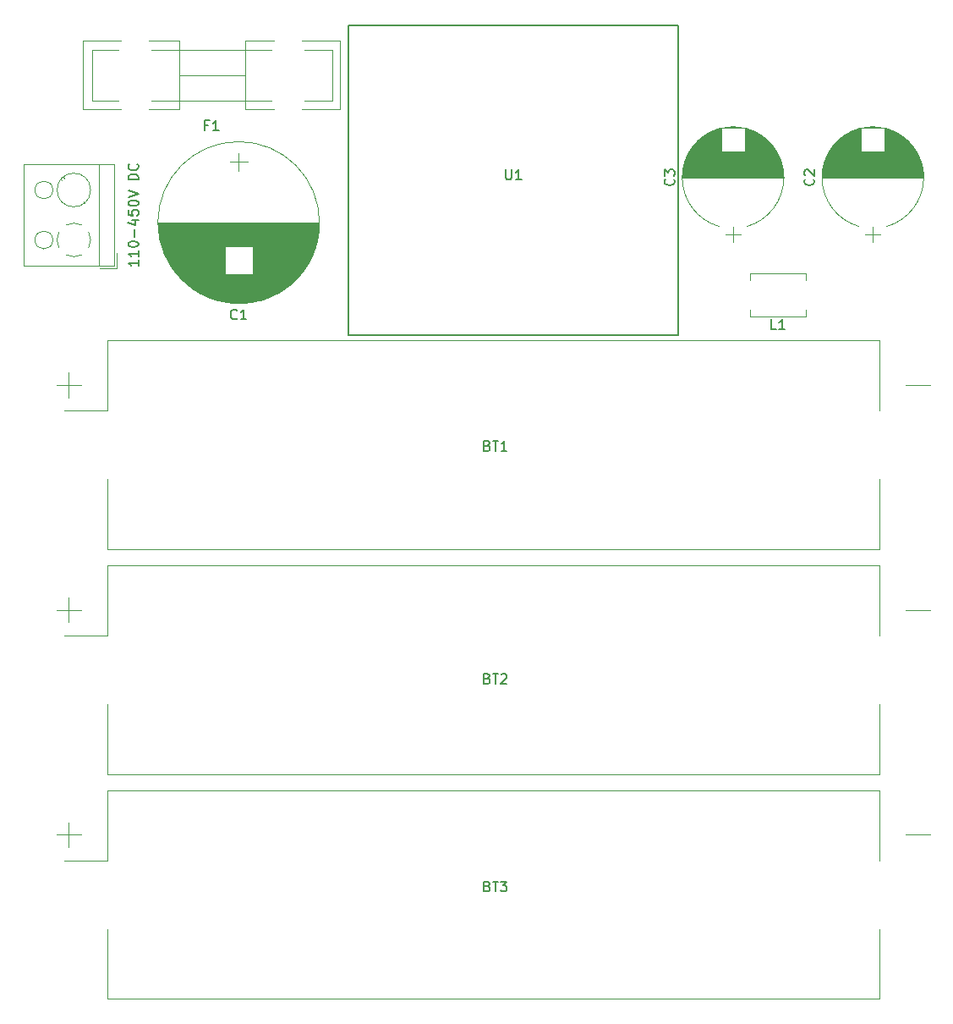
<source format=gbr>
G04 #@! TF.GenerationSoftware,KiCad,Pcbnew,6.0.0-rc1-unknown-5edf350~66~ubuntu18.10.1*
G04 #@! TF.CreationDate,2019-02-07T09:44:38-05:00
G04 #@! TF.ProjectId,UPS,5550532e-6b69-4636-9164-5f7063625858,rev?*
G04 #@! TF.SameCoordinates,Original*
G04 #@! TF.FileFunction,Legend,Top*
G04 #@! TF.FilePolarity,Positive*
%FSLAX46Y46*%
G04 Gerber Fmt 4.6, Leading zero omitted, Abs format (unit mm)*
G04 Created by KiCad (PCBNEW 6.0.0-rc1-unknown-5edf350~66~ubuntu18.10.1) date 2019-02-07 09:44:38*
%MOMM*%
%LPD*%
G04 APERTURE LIST*
%ADD10C,0.120000*%
%ADD11C,0.150000*%
G04 APERTURE END LIST*
D10*
X7500000Y-37750000D02*
X7500000Y-35250000D01*
X6250000Y-36500000D02*
X8750000Y-36500000D01*
X93750000Y-36500000D02*
X91250000Y-36500000D01*
X88640000Y-39060000D02*
X88640000Y-32080000D01*
X88640000Y-32060000D02*
X11360000Y-32060000D01*
X11360000Y-32060000D02*
X11360000Y-39060000D01*
X88640000Y-45940000D02*
X88640000Y-52940000D01*
X88640000Y-52940000D02*
X11360000Y-52940000D01*
X11360000Y-52940000D02*
X11360000Y-45940000D01*
X11360000Y-39060000D02*
X7000000Y-39060000D01*
X18590000Y-2960000D02*
X18590000Y-5500000D01*
X9830000Y-8040000D02*
X9830000Y-2960000D01*
X18590000Y-5500000D02*
X18590000Y-8040000D01*
X25140000Y-2960000D02*
X25140000Y-5500000D01*
X33910000Y-8040000D02*
X33910000Y-2960000D01*
X25140000Y-5500000D02*
X25140000Y-8040000D01*
X27640000Y-8040000D02*
X16090000Y-8040000D01*
X16090000Y-2960000D02*
X27770000Y-2960000D01*
X25140000Y-8930000D02*
X25140000Y-7910000D01*
X25140000Y-2070000D02*
X25140000Y-2960000D01*
X34670000Y-8930000D02*
X34670000Y-2070000D01*
X18590000Y-8930000D02*
X18590000Y-8040000D01*
X18590000Y-2070000D02*
X18590000Y-2960000D01*
X8930000Y-8930000D02*
X8930000Y-2070000D01*
X9820000Y-8040000D02*
X12490000Y-8040000D01*
X8930000Y-8930000D02*
X12740000Y-8930000D01*
X9820000Y-2960000D02*
X12490000Y-2960000D01*
X8930000Y-2070000D02*
X12740000Y-2070000D01*
X18590000Y-2070000D02*
X15540000Y-2070000D01*
X18590000Y-2960000D02*
X15790000Y-2960000D01*
X18590000Y-8040000D02*
X15790000Y-8040000D01*
X18590000Y-8930000D02*
X15540000Y-8930000D01*
X25140000Y-8040000D02*
X27810000Y-8040000D01*
X25140000Y-8930000D02*
X28060000Y-8930000D01*
X33900000Y-8040000D02*
X31110000Y-8040000D01*
X34670000Y-8930000D02*
X30860000Y-8930000D01*
X25140000Y-2960000D02*
X27810000Y-2960000D01*
X33900000Y-2960000D02*
X31110000Y-2960000D01*
X34670000Y-2070000D02*
X30860000Y-2070000D01*
X25140000Y-2070000D02*
X28060000Y-2070000D01*
X25050000Y-5500000D02*
X18550000Y-5500000D01*
X9483352Y-21211288D02*
G75*
G02X9680000Y-22000000I-1483352J-788712D01*
G01*
X7210912Y-20516047D02*
G75*
G02X8789000Y-20516000I789088J-1483953D01*
G01*
X6516047Y-22789088D02*
G75*
G02X6516000Y-21211000I1483953J789088D01*
G01*
X8789088Y-23483953D02*
G75*
G02X7211000Y-23484000I-789088J1483953D01*
G01*
X9680450Y-21970617D02*
G75*
G02X9484000Y-22789000I-1680450J-29383D01*
G01*
X5900000Y-22000000D02*
G75*
G03X5900000Y-22000000I-900000J0D01*
G01*
X9680000Y-17000000D02*
G75*
G03X9680000Y-17000000I-1680000J0D01*
G01*
X5900000Y-17000000D02*
G75*
G03X5900000Y-17000000I-900000J0D01*
G01*
X10500000Y-24560000D02*
X10500000Y-14440000D01*
X2940000Y-24560000D02*
X12060000Y-24560000D01*
X12060000Y-24560000D02*
X12060000Y-14440000D01*
X12060000Y-14440000D02*
X2940000Y-14440000D01*
X2940000Y-14440000D02*
X2940000Y-24560000D01*
X6931000Y-15725000D02*
X7024000Y-15819000D01*
X9216000Y-18010000D02*
X9274000Y-18069000D01*
X6725000Y-15930000D02*
X6784000Y-15989000D01*
X8976000Y-18180000D02*
X9069000Y-18274000D01*
X10560000Y-24800000D02*
X12300000Y-24800000D01*
X12300000Y-24800000D02*
X12300000Y-23300000D01*
X11360000Y-61560000D02*
X7000000Y-61560000D01*
X11360000Y-75440000D02*
X11360000Y-68440000D01*
X88640000Y-75440000D02*
X11360000Y-75440000D01*
X88640000Y-68440000D02*
X88640000Y-75440000D01*
X11360000Y-54560000D02*
X11360000Y-61560000D01*
X88640000Y-54560000D02*
X11360000Y-54560000D01*
X88640000Y-61560000D02*
X88640000Y-54580000D01*
X93750000Y-59000000D02*
X91250000Y-59000000D01*
X6250000Y-59000000D02*
X8750000Y-59000000D01*
X7500000Y-60250000D02*
X7500000Y-57750000D01*
X7500000Y-82750000D02*
X7500000Y-80250000D01*
X6250000Y-81500000D02*
X8750000Y-81500000D01*
X93750000Y-81500000D02*
X91250000Y-81500000D01*
X88640000Y-84060000D02*
X88640000Y-77080000D01*
X88640000Y-77060000D02*
X11360000Y-77060000D01*
X11360000Y-77060000D02*
X11360000Y-84060000D01*
X88640000Y-90940000D02*
X88640000Y-97940000D01*
X88640000Y-97940000D02*
X11360000Y-97940000D01*
X11360000Y-97940000D02*
X11360000Y-90940000D01*
X11360000Y-84060000D02*
X7000000Y-84060000D01*
X25400000Y-14200000D02*
X23600000Y-14200000D01*
X24500000Y-13300000D02*
X24500000Y-15100000D01*
X24863000Y-28331000D02*
X24137000Y-28331000D01*
X25359000Y-28291000D02*
X23641000Y-28291000D01*
X25664000Y-28251000D02*
X23336000Y-28251000D01*
X25905000Y-28211000D02*
X23095000Y-28211000D01*
X26110000Y-28171000D02*
X22890000Y-28171000D01*
X26292000Y-28131000D02*
X22708000Y-28131000D01*
X26456000Y-28091000D02*
X22544000Y-28091000D01*
X26607000Y-28051000D02*
X22393000Y-28051000D01*
X26748000Y-28011000D02*
X22252000Y-28011000D01*
X26879000Y-27971000D02*
X22121000Y-27971000D01*
X27003000Y-27931000D02*
X21997000Y-27931000D01*
X27121000Y-27891000D02*
X21879000Y-27891000D01*
X27233000Y-27851000D02*
X21767000Y-27851000D01*
X27341000Y-27811000D02*
X21659000Y-27811000D01*
X27443000Y-27771000D02*
X21557000Y-27771000D01*
X27542000Y-27731000D02*
X21458000Y-27731000D01*
X27638000Y-27691000D02*
X21362000Y-27691000D01*
X27730000Y-27651000D02*
X21270000Y-27651000D01*
X27819000Y-27611000D02*
X21181000Y-27611000D01*
X27905000Y-27571000D02*
X21095000Y-27571000D01*
X27989000Y-27531000D02*
X21011000Y-27531000D01*
X28070000Y-27491000D02*
X20930000Y-27491000D01*
X28149000Y-27451000D02*
X20851000Y-27451000D01*
X28226000Y-27411000D02*
X20774000Y-27411000D01*
X28302000Y-27371000D02*
X20698000Y-27371000D01*
X28375000Y-27331000D02*
X20625000Y-27331000D01*
X28446000Y-27291000D02*
X20554000Y-27291000D01*
X28516000Y-27251000D02*
X20484000Y-27251000D01*
X28584000Y-27211000D02*
X20416000Y-27211000D01*
X28651000Y-27171000D02*
X20349000Y-27171000D01*
X28717000Y-27131000D02*
X20283000Y-27131000D01*
X28781000Y-27091000D02*
X20219000Y-27091000D01*
X28843000Y-27051000D02*
X20157000Y-27051000D01*
X28905000Y-27011000D02*
X20095000Y-27011000D01*
X28965000Y-26971000D02*
X20035000Y-26971000D01*
X29024000Y-26931000D02*
X19976000Y-26931000D01*
X29082000Y-26891000D02*
X19918000Y-26891000D01*
X29139000Y-26851000D02*
X19861000Y-26851000D01*
X29195000Y-26811000D02*
X19805000Y-26811000D01*
X29250000Y-26771000D02*
X19750000Y-26771000D01*
X29304000Y-26731000D02*
X19696000Y-26731000D01*
X29357000Y-26691000D02*
X19643000Y-26691000D01*
X29409000Y-26651000D02*
X19591000Y-26651000D01*
X29460000Y-26611000D02*
X19540000Y-26611000D01*
X29511000Y-26571000D02*
X19489000Y-26571000D01*
X29560000Y-26531000D02*
X19440000Y-26531000D01*
X29609000Y-26491000D02*
X19391000Y-26491000D01*
X29657000Y-26451000D02*
X19343000Y-26451000D01*
X29705000Y-26411000D02*
X19295000Y-26411000D01*
X29751000Y-26371000D02*
X19249000Y-26371000D01*
X29797000Y-26331000D02*
X19203000Y-26331000D01*
X29843000Y-26291000D02*
X19157000Y-26291000D01*
X29887000Y-26251000D02*
X19113000Y-26251000D01*
X29931000Y-26211000D02*
X19069000Y-26211000D01*
X29974000Y-26171000D02*
X19026000Y-26171000D01*
X30017000Y-26131000D02*
X18983000Y-26131000D01*
X30059000Y-26091000D02*
X18941000Y-26091000D01*
X30100000Y-26051000D02*
X18900000Y-26051000D01*
X30141000Y-26011000D02*
X18859000Y-26011000D01*
X30181000Y-25971000D02*
X18819000Y-25971000D01*
X30221000Y-25931000D02*
X18779000Y-25931000D01*
X30260000Y-25891000D02*
X18740000Y-25891000D01*
X30299000Y-25851000D02*
X18701000Y-25851000D01*
X30337000Y-25811000D02*
X18663000Y-25811000D01*
X30375000Y-25771000D02*
X18625000Y-25771000D01*
X30412000Y-25731000D02*
X18588000Y-25731000D01*
X30448000Y-25691000D02*
X18552000Y-25691000D01*
X30484000Y-25651000D02*
X18516000Y-25651000D01*
X30520000Y-25611000D02*
X18480000Y-25611000D01*
X30555000Y-25571000D02*
X18445000Y-25571000D01*
X30590000Y-25531000D02*
X18410000Y-25531000D01*
X30624000Y-25491000D02*
X18376000Y-25491000D01*
X30658000Y-25451000D02*
X18342000Y-25451000D01*
X30691000Y-25411000D02*
X18309000Y-25411000D01*
X23120000Y-25371000D02*
X18276000Y-25371000D01*
X30724000Y-25371000D02*
X25880000Y-25371000D01*
X23120000Y-25331000D02*
X18243000Y-25331000D01*
X30757000Y-25331000D02*
X25880000Y-25331000D01*
X23120000Y-25291000D02*
X18211000Y-25291000D01*
X30789000Y-25291000D02*
X25880000Y-25291000D01*
X23120000Y-25251000D02*
X18180000Y-25251000D01*
X30820000Y-25251000D02*
X25880000Y-25251000D01*
X23120000Y-25211000D02*
X18148000Y-25211000D01*
X30852000Y-25211000D02*
X25880000Y-25211000D01*
X23120000Y-25171000D02*
X18118000Y-25171000D01*
X30882000Y-25171000D02*
X25880000Y-25171000D01*
X23120000Y-25131000D02*
X18087000Y-25131000D01*
X30913000Y-25131000D02*
X25880000Y-25131000D01*
X23120000Y-25091000D02*
X18057000Y-25091000D01*
X30943000Y-25091000D02*
X25880000Y-25091000D01*
X23120000Y-25051000D02*
X18027000Y-25051000D01*
X30973000Y-25051000D02*
X25880000Y-25051000D01*
X23120000Y-25011000D02*
X17998000Y-25011000D01*
X31002000Y-25011000D02*
X25880000Y-25011000D01*
X23120000Y-24971000D02*
X17969000Y-24971000D01*
X31031000Y-24971000D02*
X25880000Y-24971000D01*
X23120000Y-24931000D02*
X17941000Y-24931000D01*
X31059000Y-24931000D02*
X25880000Y-24931000D01*
X23120000Y-24891000D02*
X17912000Y-24891000D01*
X31088000Y-24891000D02*
X25880000Y-24891000D01*
X23120000Y-24851000D02*
X17885000Y-24851000D01*
X31115000Y-24851000D02*
X25880000Y-24851000D01*
X23120000Y-24811000D02*
X17857000Y-24811000D01*
X31143000Y-24811000D02*
X25880000Y-24811000D01*
X23120000Y-24771000D02*
X17830000Y-24771000D01*
X31170000Y-24771000D02*
X25880000Y-24771000D01*
X23120000Y-24731000D02*
X17803000Y-24731000D01*
X31197000Y-24731000D02*
X25880000Y-24731000D01*
X23120000Y-24691000D02*
X17777000Y-24691000D01*
X31223000Y-24691000D02*
X25880000Y-24691000D01*
X23120000Y-24651000D02*
X17751000Y-24651000D01*
X31249000Y-24651000D02*
X25880000Y-24651000D01*
X23120000Y-24611000D02*
X17725000Y-24611000D01*
X31275000Y-24611000D02*
X25880000Y-24611000D01*
X23120000Y-24571000D02*
X17699000Y-24571000D01*
X31301000Y-24571000D02*
X25880000Y-24571000D01*
X23120000Y-24531000D02*
X17674000Y-24531000D01*
X31326000Y-24531000D02*
X25880000Y-24531000D01*
X23120000Y-24491000D02*
X17650000Y-24491000D01*
X31350000Y-24491000D02*
X25880000Y-24491000D01*
X23120000Y-24451000D02*
X17625000Y-24451000D01*
X31375000Y-24451000D02*
X25880000Y-24451000D01*
X23120000Y-24411000D02*
X17601000Y-24411000D01*
X31399000Y-24411000D02*
X25880000Y-24411000D01*
X23120000Y-24371000D02*
X17577000Y-24371000D01*
X31423000Y-24371000D02*
X25880000Y-24371000D01*
X23120000Y-24331000D02*
X17554000Y-24331000D01*
X31446000Y-24331000D02*
X25880000Y-24331000D01*
X23120000Y-24291000D02*
X17530000Y-24291000D01*
X31470000Y-24291000D02*
X25880000Y-24291000D01*
X23120000Y-24251000D02*
X17508000Y-24251000D01*
X31492000Y-24251000D02*
X25880000Y-24251000D01*
X23120000Y-24211000D02*
X17485000Y-24211000D01*
X31515000Y-24211000D02*
X25880000Y-24211000D01*
X23120000Y-24171000D02*
X17463000Y-24171000D01*
X31537000Y-24171000D02*
X25880000Y-24171000D01*
X23120000Y-24131000D02*
X17441000Y-24131000D01*
X31559000Y-24131000D02*
X25880000Y-24131000D01*
X23120000Y-24091000D02*
X17419000Y-24091000D01*
X31581000Y-24091000D02*
X25880000Y-24091000D01*
X23120000Y-24051000D02*
X17398000Y-24051000D01*
X31602000Y-24051000D02*
X25880000Y-24051000D01*
X23120000Y-24011000D02*
X17376000Y-24011000D01*
X31624000Y-24011000D02*
X25880000Y-24011000D01*
X23120000Y-23971000D02*
X17356000Y-23971000D01*
X31644000Y-23971000D02*
X25880000Y-23971000D01*
X23120000Y-23931000D02*
X17335000Y-23931000D01*
X31665000Y-23931000D02*
X25880000Y-23931000D01*
X23120000Y-23891000D02*
X17315000Y-23891000D01*
X31685000Y-23891000D02*
X25880000Y-23891000D01*
X23120000Y-23851000D02*
X17295000Y-23851000D01*
X31705000Y-23851000D02*
X25880000Y-23851000D01*
X23120000Y-23811000D02*
X17275000Y-23811000D01*
X31725000Y-23811000D02*
X25880000Y-23811000D01*
X23120000Y-23771000D02*
X17255000Y-23771000D01*
X31745000Y-23771000D02*
X25880000Y-23771000D01*
X23120000Y-23731000D02*
X17236000Y-23731000D01*
X31764000Y-23731000D02*
X25880000Y-23731000D01*
X23120000Y-23691000D02*
X17217000Y-23691000D01*
X31783000Y-23691000D02*
X25880000Y-23691000D01*
X23120000Y-23651000D02*
X17199000Y-23651000D01*
X31801000Y-23651000D02*
X25880000Y-23651000D01*
X23120000Y-23611000D02*
X17180000Y-23611000D01*
X31820000Y-23611000D02*
X25880000Y-23611000D01*
X23120000Y-23571000D02*
X17162000Y-23571000D01*
X31838000Y-23571000D02*
X25880000Y-23571000D01*
X23120000Y-23531000D02*
X17144000Y-23531000D01*
X31856000Y-23531000D02*
X25880000Y-23531000D01*
X23120000Y-23491000D02*
X17127000Y-23491000D01*
X31873000Y-23491000D02*
X25880000Y-23491000D01*
X23120000Y-23451000D02*
X17109000Y-23451000D01*
X31891000Y-23451000D02*
X25880000Y-23451000D01*
X23120000Y-23411000D02*
X17092000Y-23411000D01*
X31908000Y-23411000D02*
X25880000Y-23411000D01*
X23120000Y-23371000D02*
X17075000Y-23371000D01*
X31925000Y-23371000D02*
X25880000Y-23371000D01*
X23120000Y-23331000D02*
X17059000Y-23331000D01*
X31941000Y-23331000D02*
X25880000Y-23331000D01*
X23120000Y-23291000D02*
X17042000Y-23291000D01*
X31958000Y-23291000D02*
X25880000Y-23291000D01*
X23120000Y-23251000D02*
X17026000Y-23251000D01*
X31974000Y-23251000D02*
X25880000Y-23251000D01*
X23120000Y-23211000D02*
X17010000Y-23211000D01*
X31990000Y-23211000D02*
X25880000Y-23211000D01*
X23120000Y-23171000D02*
X16995000Y-23171000D01*
X32005000Y-23171000D02*
X25880000Y-23171000D01*
X23120000Y-23131000D02*
X16979000Y-23131000D01*
X32021000Y-23131000D02*
X25880000Y-23131000D01*
X23120000Y-23091000D02*
X16964000Y-23091000D01*
X32036000Y-23091000D02*
X25880000Y-23091000D01*
X23120000Y-23051000D02*
X16950000Y-23051000D01*
X32050000Y-23051000D02*
X25880000Y-23051000D01*
X23120000Y-23011000D02*
X16935000Y-23011000D01*
X32065000Y-23011000D02*
X25880000Y-23011000D01*
X23120000Y-22971000D02*
X16920000Y-22971000D01*
X32080000Y-22971000D02*
X25880000Y-22971000D01*
X23120000Y-22931000D02*
X16906000Y-22931000D01*
X32094000Y-22931000D02*
X25880000Y-22931000D01*
X23120000Y-22891000D02*
X16892000Y-22891000D01*
X32108000Y-22891000D02*
X25880000Y-22891000D01*
X23120000Y-22851000D02*
X16879000Y-22851000D01*
X32121000Y-22851000D02*
X25880000Y-22851000D01*
X23120000Y-22811000D02*
X16865000Y-22811000D01*
X32135000Y-22811000D02*
X25880000Y-22811000D01*
X23120000Y-22771000D02*
X16852000Y-22771000D01*
X32148000Y-22771000D02*
X25880000Y-22771000D01*
X23120000Y-22731000D02*
X16839000Y-22731000D01*
X32161000Y-22731000D02*
X25880000Y-22731000D01*
X23120000Y-22691000D02*
X16826000Y-22691000D01*
X32174000Y-22691000D02*
X25880000Y-22691000D01*
X23120000Y-22651000D02*
X16814000Y-22651000D01*
X32186000Y-22651000D02*
X25880000Y-22651000D01*
X32199000Y-22611000D02*
X16801000Y-22611000D01*
X32211000Y-22571000D02*
X16789000Y-22571000D01*
X32223000Y-22531000D02*
X16777000Y-22531000D01*
X32234000Y-22491000D02*
X16766000Y-22491000D01*
X32246000Y-22451000D02*
X16754000Y-22451000D01*
X32257000Y-22411000D02*
X16743000Y-22411000D01*
X32268000Y-22371000D02*
X16732000Y-22371000D01*
X32279000Y-22331000D02*
X16721000Y-22331000D01*
X32289000Y-22291000D02*
X16711000Y-22291000D01*
X32299000Y-22251000D02*
X16701000Y-22251000D01*
X32309000Y-22211000D02*
X16691000Y-22211000D01*
X32319000Y-22171000D02*
X16681000Y-22171000D01*
X32329000Y-22131000D02*
X16671000Y-22131000D01*
X32338000Y-22091000D02*
X16662000Y-22091000D01*
X32348000Y-22051000D02*
X16652000Y-22051000D01*
X32357000Y-22011000D02*
X16643000Y-22011000D01*
X32366000Y-21971000D02*
X16634000Y-21971000D01*
X32374000Y-21931000D02*
X16626000Y-21931000D01*
X32383000Y-21891000D02*
X16617000Y-21891000D01*
X32391000Y-21851000D02*
X16609000Y-21851000D01*
X32399000Y-21811000D02*
X16601000Y-21811000D01*
X32406000Y-21771000D02*
X16594000Y-21771000D01*
X32414000Y-21731000D02*
X16586000Y-21731000D01*
X32421000Y-21691000D02*
X16579000Y-21691000D01*
X32428000Y-21651000D02*
X16572000Y-21651000D01*
X32435000Y-21611000D02*
X16565000Y-21611000D01*
X32442000Y-21571000D02*
X16558000Y-21571000D01*
X32449000Y-21531000D02*
X16551000Y-21531000D01*
X32455000Y-21491000D02*
X16545000Y-21491000D01*
X32461000Y-21451000D02*
X16539000Y-21451000D01*
X32467000Y-21411000D02*
X16533000Y-21411000D01*
X32473000Y-21371000D02*
X16527000Y-21371000D01*
X32478000Y-21331000D02*
X16522000Y-21331000D01*
X32483000Y-21291000D02*
X16517000Y-21291000D01*
X32488000Y-21251000D02*
X16512000Y-21251000D01*
X32493000Y-21211000D02*
X16507000Y-21211000D01*
X32498000Y-21171000D02*
X16502000Y-21171000D01*
X32502000Y-21131000D02*
X16498000Y-21131000D01*
X32507000Y-21091000D02*
X16493000Y-21091000D01*
X32511000Y-21051000D02*
X16489000Y-21051000D01*
X32515000Y-21011000D02*
X16485000Y-21011000D01*
X32518000Y-20971000D02*
X16482000Y-20971000D01*
X32522000Y-20930000D02*
X16478000Y-20930000D01*
X32525000Y-20890000D02*
X16475000Y-20890000D01*
X32528000Y-20850000D02*
X16472000Y-20850000D01*
X32531000Y-20810000D02*
X16469000Y-20810000D01*
X32534000Y-20770000D02*
X16466000Y-20770000D01*
X32536000Y-20730000D02*
X16464000Y-20730000D01*
X32539000Y-20690000D02*
X16461000Y-20690000D01*
X32541000Y-20650000D02*
X16459000Y-20650000D01*
X32542000Y-20610000D02*
X16458000Y-20610000D01*
X32544000Y-20570000D02*
X16456000Y-20570000D01*
X32546000Y-20530000D02*
X16454000Y-20530000D01*
X32547000Y-20490000D02*
X16453000Y-20490000D01*
X32548000Y-20450000D02*
X16452000Y-20450000D01*
X32549000Y-20410000D02*
X16451000Y-20410000D01*
X32550000Y-20370000D02*
X16450000Y-20370000D01*
X32550000Y-20330000D02*
X16450000Y-20330000D01*
X32550000Y-20290000D02*
X16450000Y-20290000D01*
X32551000Y-20250000D02*
X16449000Y-20250000D01*
X32590000Y-20250000D02*
G75*
G03X32590000Y-20250000I-8090000J0D01*
G01*
X87250000Y-21450000D02*
X88750000Y-21450000D01*
X88000000Y-22200000D02*
X88000000Y-20700000D01*
X87721000Y-10669000D02*
X88279000Y-10669000D01*
X87328000Y-10709000D02*
X88672000Y-10709000D01*
X87087000Y-10749000D02*
X88913000Y-10749000D01*
X86896000Y-10789000D02*
X89104000Y-10789000D01*
X89181000Y-10829000D02*
X89265000Y-10829000D01*
X86735000Y-10829000D02*
X86819000Y-10829000D01*
X89181000Y-10869000D02*
X89407000Y-10869000D01*
X86593000Y-10869000D02*
X86819000Y-10869000D01*
X89181000Y-10909000D02*
X89536000Y-10909000D01*
X86464000Y-10909000D02*
X86819000Y-10909000D01*
X89181000Y-10949000D02*
X89654000Y-10949000D01*
X86346000Y-10949000D02*
X86819000Y-10949000D01*
X89181000Y-10989000D02*
X89763000Y-10989000D01*
X86237000Y-10989000D02*
X86819000Y-10989000D01*
X89181000Y-11029000D02*
X89866000Y-11029000D01*
X86134000Y-11029000D02*
X86819000Y-11029000D01*
X89181000Y-11069000D02*
X89962000Y-11069000D01*
X86038000Y-11069000D02*
X86819000Y-11069000D01*
X89181000Y-11109000D02*
X90053000Y-11109000D01*
X85947000Y-11109000D02*
X86819000Y-11109000D01*
X89181000Y-11149000D02*
X90140000Y-11149000D01*
X85860000Y-11149000D02*
X86819000Y-11149000D01*
X89181000Y-11189000D02*
X90222000Y-11189000D01*
X85778000Y-11189000D02*
X86819000Y-11189000D01*
X89181000Y-11229000D02*
X90301000Y-11229000D01*
X85699000Y-11229000D02*
X86819000Y-11229000D01*
X89181000Y-11269000D02*
X90377000Y-11269000D01*
X85623000Y-11269000D02*
X86819000Y-11269000D01*
X89181000Y-11309000D02*
X90449000Y-11309000D01*
X85551000Y-11309000D02*
X86819000Y-11309000D01*
X89181000Y-11349000D02*
X90519000Y-11349000D01*
X85481000Y-11349000D02*
X86819000Y-11349000D01*
X89181000Y-11389000D02*
X90587000Y-11389000D01*
X85413000Y-11389000D02*
X86819000Y-11389000D01*
X89181000Y-11429000D02*
X90652000Y-11429000D01*
X85348000Y-11429000D02*
X86819000Y-11429000D01*
X89181000Y-11469000D02*
X90715000Y-11469000D01*
X85285000Y-11469000D02*
X86819000Y-11469000D01*
X89181000Y-11509000D02*
X90777000Y-11509000D01*
X85223000Y-11509000D02*
X86819000Y-11509000D01*
X89181000Y-11549000D02*
X90836000Y-11549000D01*
X85164000Y-11549000D02*
X86819000Y-11549000D01*
X89181000Y-11589000D02*
X90894000Y-11589000D01*
X85106000Y-11589000D02*
X86819000Y-11589000D01*
X89181000Y-11629000D02*
X90949000Y-11629000D01*
X85051000Y-11629000D02*
X86819000Y-11629000D01*
X89181000Y-11669000D02*
X91004000Y-11669000D01*
X84996000Y-11669000D02*
X86819000Y-11669000D01*
X89181000Y-11709000D02*
X91057000Y-11709000D01*
X84943000Y-11709000D02*
X86819000Y-11709000D01*
X89181000Y-11749000D02*
X91108000Y-11749000D01*
X84892000Y-11749000D02*
X86819000Y-11749000D01*
X89181000Y-11789000D02*
X91158000Y-11789000D01*
X84842000Y-11789000D02*
X86819000Y-11789000D01*
X89181000Y-11829000D02*
X91207000Y-11829000D01*
X84793000Y-11829000D02*
X86819000Y-11829000D01*
X89181000Y-11869000D02*
X91255000Y-11869000D01*
X84745000Y-11869000D02*
X86819000Y-11869000D01*
X89181000Y-11909000D02*
X91302000Y-11909000D01*
X84698000Y-11909000D02*
X86819000Y-11909000D01*
X89181000Y-11949000D02*
X91347000Y-11949000D01*
X84653000Y-11949000D02*
X86819000Y-11949000D01*
X89181000Y-11989000D02*
X91391000Y-11989000D01*
X84609000Y-11989000D02*
X86819000Y-11989000D01*
X89181000Y-12029000D02*
X91435000Y-12029000D01*
X84565000Y-12029000D02*
X86819000Y-12029000D01*
X89181000Y-12069000D02*
X91477000Y-12069000D01*
X84523000Y-12069000D02*
X86819000Y-12069000D01*
X89181000Y-12109000D02*
X91518000Y-12109000D01*
X84482000Y-12109000D02*
X86819000Y-12109000D01*
X89181000Y-12149000D02*
X91559000Y-12149000D01*
X84441000Y-12149000D02*
X86819000Y-12149000D01*
X89181000Y-12189000D02*
X91598000Y-12189000D01*
X84402000Y-12189000D02*
X86819000Y-12189000D01*
X89181000Y-12229000D02*
X91637000Y-12229000D01*
X84363000Y-12229000D02*
X86819000Y-12229000D01*
X89181000Y-12269000D02*
X91675000Y-12269000D01*
X84325000Y-12269000D02*
X86819000Y-12269000D01*
X89181000Y-12309000D02*
X91712000Y-12309000D01*
X84288000Y-12309000D02*
X86819000Y-12309000D01*
X89181000Y-12349000D02*
X91748000Y-12349000D01*
X84252000Y-12349000D02*
X86819000Y-12349000D01*
X89181000Y-12389000D02*
X91784000Y-12389000D01*
X84216000Y-12389000D02*
X86819000Y-12389000D01*
X89181000Y-12429000D02*
X91819000Y-12429000D01*
X84181000Y-12429000D02*
X86819000Y-12429000D01*
X89181000Y-12469000D02*
X91853000Y-12469000D01*
X84147000Y-12469000D02*
X86819000Y-12469000D01*
X89181000Y-12509000D02*
X91886000Y-12509000D01*
X84114000Y-12509000D02*
X86819000Y-12509000D01*
X89181000Y-12549000D02*
X91919000Y-12549000D01*
X84081000Y-12549000D02*
X86819000Y-12549000D01*
X89181000Y-12589000D02*
X91951000Y-12589000D01*
X84049000Y-12589000D02*
X86819000Y-12589000D01*
X89181000Y-12629000D02*
X91982000Y-12629000D01*
X84018000Y-12629000D02*
X86819000Y-12629000D01*
X89181000Y-12669000D02*
X92013000Y-12669000D01*
X83987000Y-12669000D02*
X86819000Y-12669000D01*
X89181000Y-12709000D02*
X92043000Y-12709000D01*
X83957000Y-12709000D02*
X86819000Y-12709000D01*
X89181000Y-12749000D02*
X92072000Y-12749000D01*
X83928000Y-12749000D02*
X86819000Y-12749000D01*
X89181000Y-12789000D02*
X92101000Y-12789000D01*
X83899000Y-12789000D02*
X86819000Y-12789000D01*
X89181000Y-12829000D02*
X92130000Y-12829000D01*
X83870000Y-12829000D02*
X86819000Y-12829000D01*
X89181000Y-12869000D02*
X92157000Y-12869000D01*
X83843000Y-12869000D02*
X86819000Y-12869000D01*
X89181000Y-12909000D02*
X92185000Y-12909000D01*
X83815000Y-12909000D02*
X86819000Y-12909000D01*
X89181000Y-12949000D02*
X92211000Y-12949000D01*
X83789000Y-12949000D02*
X86819000Y-12949000D01*
X89181000Y-12989000D02*
X92237000Y-12989000D01*
X83763000Y-12989000D02*
X86819000Y-12989000D01*
X89181000Y-13029000D02*
X92263000Y-13029000D01*
X83737000Y-13029000D02*
X86819000Y-13029000D01*
X89181000Y-13069000D02*
X92288000Y-13069000D01*
X83712000Y-13069000D02*
X86819000Y-13069000D01*
X89181000Y-13109000D02*
X92312000Y-13109000D01*
X83688000Y-13109000D02*
X86819000Y-13109000D01*
X89181000Y-13149000D02*
X92336000Y-13149000D01*
X83664000Y-13149000D02*
X86819000Y-13149000D01*
X83640000Y-13189000D02*
X92360000Y-13189000D01*
X83617000Y-13229000D02*
X92383000Y-13229000D01*
X83595000Y-13269000D02*
X92405000Y-13269000D01*
X83572000Y-13309000D02*
X92428000Y-13309000D01*
X83551000Y-13349000D02*
X92449000Y-13349000D01*
X83530000Y-13389000D02*
X92470000Y-13389000D01*
X83509000Y-13429000D02*
X92491000Y-13429000D01*
X83489000Y-13469000D02*
X92511000Y-13469000D01*
X83469000Y-13509000D02*
X92531000Y-13509000D01*
X83450000Y-13549000D02*
X92550000Y-13549000D01*
X83431000Y-13589000D02*
X92569000Y-13589000D01*
X83412000Y-13629000D02*
X92588000Y-13629000D01*
X83394000Y-13669000D02*
X92606000Y-13669000D01*
X83376000Y-13709000D02*
X92624000Y-13709000D01*
X83359000Y-13749000D02*
X92641000Y-13749000D01*
X83342000Y-13789000D02*
X92658000Y-13789000D01*
X83326000Y-13829000D02*
X92674000Y-13829000D01*
X83309000Y-13869000D02*
X92691000Y-13869000D01*
X83294000Y-13909000D02*
X92706000Y-13909000D01*
X83278000Y-13949000D02*
X92722000Y-13949000D01*
X83263000Y-13989000D02*
X92737000Y-13989000D01*
X83249000Y-14029000D02*
X92751000Y-14029000D01*
X83235000Y-14069000D02*
X92765000Y-14069000D01*
X83221000Y-14109000D02*
X92779000Y-14109000D01*
X83208000Y-14149000D02*
X92792000Y-14149000D01*
X83194000Y-14189000D02*
X92806000Y-14189000D01*
X83182000Y-14229000D02*
X92818000Y-14229000D01*
X83169000Y-14269000D02*
X92831000Y-14269000D01*
X83157000Y-14309000D02*
X92843000Y-14309000D01*
X83146000Y-14349000D02*
X92854000Y-14349000D01*
X83135000Y-14389000D02*
X92865000Y-14389000D01*
X83124000Y-14429000D02*
X92876000Y-14429000D01*
X83113000Y-14469000D02*
X92887000Y-14469000D01*
X83103000Y-14509000D02*
X92897000Y-14509000D01*
X83093000Y-14549000D02*
X92907000Y-14549000D01*
X83083000Y-14589000D02*
X92917000Y-14589000D01*
X83074000Y-14629000D02*
X92926000Y-14629000D01*
X83065000Y-14669000D02*
X92935000Y-14669000D01*
X83057000Y-14709000D02*
X92943000Y-14709000D01*
X83049000Y-14749000D02*
X92951000Y-14749000D01*
X83041000Y-14789000D02*
X92959000Y-14789000D01*
X83033000Y-14829000D02*
X92967000Y-14829000D01*
X83026000Y-14869000D02*
X92974000Y-14869000D01*
X83019000Y-14909000D02*
X92981000Y-14909000D01*
X83013000Y-14949000D02*
X92987000Y-14949000D01*
X83007000Y-14989000D02*
X92993000Y-14989000D01*
X83001000Y-15029000D02*
X92999000Y-15029000D01*
X82995000Y-15070000D02*
X93005000Y-15070000D01*
X82990000Y-15110000D02*
X93010000Y-15110000D01*
X82985000Y-15150000D02*
X93015000Y-15150000D01*
X82980000Y-15190000D02*
X93020000Y-15190000D01*
X82976000Y-15230000D02*
X93024000Y-15230000D01*
X82972000Y-15270000D02*
X93028000Y-15270000D01*
X82969000Y-15310000D02*
X93031000Y-15310000D01*
X82965000Y-15350000D02*
X93035000Y-15350000D01*
X82962000Y-15390000D02*
X93038000Y-15390000D01*
X82960000Y-15430000D02*
X93040000Y-15430000D01*
X82957000Y-15470000D02*
X93043000Y-15470000D01*
X82955000Y-15510000D02*
X93045000Y-15510000D01*
X82953000Y-15550000D02*
X93047000Y-15550000D01*
X82952000Y-15590000D02*
X93048000Y-15590000D01*
X82951000Y-15630000D02*
X93049000Y-15630000D01*
X82950000Y-15670000D02*
X93050000Y-15670000D01*
X82950000Y-15710000D02*
X93050000Y-15710000D01*
X82950000Y-15750000D02*
X93050000Y-15750000D01*
X89383264Y-10851563D02*
G75*
G03X86620000Y-10850643I-1383264J-4898437D01*
G01*
X89383264Y-10851563D02*
G75*
G02X89380000Y-20649357I-1383264J-4898437D01*
G01*
X86616736Y-10851563D02*
G75*
G03X86620000Y-20649357I1383264J-4898437D01*
G01*
X72616736Y-10851563D02*
G75*
G03X72620000Y-20649357I1383264J-4898437D01*
G01*
X75383264Y-10851563D02*
G75*
G02X75380000Y-20649357I-1383264J-4898437D01*
G01*
X75383264Y-10851563D02*
G75*
G03X72620000Y-10850643I-1383264J-4898437D01*
G01*
X68950000Y-15750000D02*
X79050000Y-15750000D01*
X68950000Y-15710000D02*
X79050000Y-15710000D01*
X68950000Y-15670000D02*
X79050000Y-15670000D01*
X68951000Y-15630000D02*
X79049000Y-15630000D01*
X68952000Y-15590000D02*
X79048000Y-15590000D01*
X68953000Y-15550000D02*
X79047000Y-15550000D01*
X68955000Y-15510000D02*
X79045000Y-15510000D01*
X68957000Y-15470000D02*
X79043000Y-15470000D01*
X68960000Y-15430000D02*
X79040000Y-15430000D01*
X68962000Y-15390000D02*
X79038000Y-15390000D01*
X68965000Y-15350000D02*
X79035000Y-15350000D01*
X68969000Y-15310000D02*
X79031000Y-15310000D01*
X68972000Y-15270000D02*
X79028000Y-15270000D01*
X68976000Y-15230000D02*
X79024000Y-15230000D01*
X68980000Y-15190000D02*
X79020000Y-15190000D01*
X68985000Y-15150000D02*
X79015000Y-15150000D01*
X68990000Y-15110000D02*
X79010000Y-15110000D01*
X68995000Y-15070000D02*
X79005000Y-15070000D01*
X69001000Y-15029000D02*
X78999000Y-15029000D01*
X69007000Y-14989000D02*
X78993000Y-14989000D01*
X69013000Y-14949000D02*
X78987000Y-14949000D01*
X69019000Y-14909000D02*
X78981000Y-14909000D01*
X69026000Y-14869000D02*
X78974000Y-14869000D01*
X69033000Y-14829000D02*
X78967000Y-14829000D01*
X69041000Y-14789000D02*
X78959000Y-14789000D01*
X69049000Y-14749000D02*
X78951000Y-14749000D01*
X69057000Y-14709000D02*
X78943000Y-14709000D01*
X69065000Y-14669000D02*
X78935000Y-14669000D01*
X69074000Y-14629000D02*
X78926000Y-14629000D01*
X69083000Y-14589000D02*
X78917000Y-14589000D01*
X69093000Y-14549000D02*
X78907000Y-14549000D01*
X69103000Y-14509000D02*
X78897000Y-14509000D01*
X69113000Y-14469000D02*
X78887000Y-14469000D01*
X69124000Y-14429000D02*
X78876000Y-14429000D01*
X69135000Y-14389000D02*
X78865000Y-14389000D01*
X69146000Y-14349000D02*
X78854000Y-14349000D01*
X69157000Y-14309000D02*
X78843000Y-14309000D01*
X69169000Y-14269000D02*
X78831000Y-14269000D01*
X69182000Y-14229000D02*
X78818000Y-14229000D01*
X69194000Y-14189000D02*
X78806000Y-14189000D01*
X69208000Y-14149000D02*
X78792000Y-14149000D01*
X69221000Y-14109000D02*
X78779000Y-14109000D01*
X69235000Y-14069000D02*
X78765000Y-14069000D01*
X69249000Y-14029000D02*
X78751000Y-14029000D01*
X69263000Y-13989000D02*
X78737000Y-13989000D01*
X69278000Y-13949000D02*
X78722000Y-13949000D01*
X69294000Y-13909000D02*
X78706000Y-13909000D01*
X69309000Y-13869000D02*
X78691000Y-13869000D01*
X69326000Y-13829000D02*
X78674000Y-13829000D01*
X69342000Y-13789000D02*
X78658000Y-13789000D01*
X69359000Y-13749000D02*
X78641000Y-13749000D01*
X69376000Y-13709000D02*
X78624000Y-13709000D01*
X69394000Y-13669000D02*
X78606000Y-13669000D01*
X69412000Y-13629000D02*
X78588000Y-13629000D01*
X69431000Y-13589000D02*
X78569000Y-13589000D01*
X69450000Y-13549000D02*
X78550000Y-13549000D01*
X69469000Y-13509000D02*
X78531000Y-13509000D01*
X69489000Y-13469000D02*
X78511000Y-13469000D01*
X69509000Y-13429000D02*
X78491000Y-13429000D01*
X69530000Y-13389000D02*
X78470000Y-13389000D01*
X69551000Y-13349000D02*
X78449000Y-13349000D01*
X69572000Y-13309000D02*
X78428000Y-13309000D01*
X69595000Y-13269000D02*
X78405000Y-13269000D01*
X69617000Y-13229000D02*
X78383000Y-13229000D01*
X69640000Y-13189000D02*
X78360000Y-13189000D01*
X69664000Y-13149000D02*
X72819000Y-13149000D01*
X75181000Y-13149000D02*
X78336000Y-13149000D01*
X69688000Y-13109000D02*
X72819000Y-13109000D01*
X75181000Y-13109000D02*
X78312000Y-13109000D01*
X69712000Y-13069000D02*
X72819000Y-13069000D01*
X75181000Y-13069000D02*
X78288000Y-13069000D01*
X69737000Y-13029000D02*
X72819000Y-13029000D01*
X75181000Y-13029000D02*
X78263000Y-13029000D01*
X69763000Y-12989000D02*
X72819000Y-12989000D01*
X75181000Y-12989000D02*
X78237000Y-12989000D01*
X69789000Y-12949000D02*
X72819000Y-12949000D01*
X75181000Y-12949000D02*
X78211000Y-12949000D01*
X69815000Y-12909000D02*
X72819000Y-12909000D01*
X75181000Y-12909000D02*
X78185000Y-12909000D01*
X69843000Y-12869000D02*
X72819000Y-12869000D01*
X75181000Y-12869000D02*
X78157000Y-12869000D01*
X69870000Y-12829000D02*
X72819000Y-12829000D01*
X75181000Y-12829000D02*
X78130000Y-12829000D01*
X69899000Y-12789000D02*
X72819000Y-12789000D01*
X75181000Y-12789000D02*
X78101000Y-12789000D01*
X69928000Y-12749000D02*
X72819000Y-12749000D01*
X75181000Y-12749000D02*
X78072000Y-12749000D01*
X69957000Y-12709000D02*
X72819000Y-12709000D01*
X75181000Y-12709000D02*
X78043000Y-12709000D01*
X69987000Y-12669000D02*
X72819000Y-12669000D01*
X75181000Y-12669000D02*
X78013000Y-12669000D01*
X70018000Y-12629000D02*
X72819000Y-12629000D01*
X75181000Y-12629000D02*
X77982000Y-12629000D01*
X70049000Y-12589000D02*
X72819000Y-12589000D01*
X75181000Y-12589000D02*
X77951000Y-12589000D01*
X70081000Y-12549000D02*
X72819000Y-12549000D01*
X75181000Y-12549000D02*
X77919000Y-12549000D01*
X70114000Y-12509000D02*
X72819000Y-12509000D01*
X75181000Y-12509000D02*
X77886000Y-12509000D01*
X70147000Y-12469000D02*
X72819000Y-12469000D01*
X75181000Y-12469000D02*
X77853000Y-12469000D01*
X70181000Y-12429000D02*
X72819000Y-12429000D01*
X75181000Y-12429000D02*
X77819000Y-12429000D01*
X70216000Y-12389000D02*
X72819000Y-12389000D01*
X75181000Y-12389000D02*
X77784000Y-12389000D01*
X70252000Y-12349000D02*
X72819000Y-12349000D01*
X75181000Y-12349000D02*
X77748000Y-12349000D01*
X70288000Y-12309000D02*
X72819000Y-12309000D01*
X75181000Y-12309000D02*
X77712000Y-12309000D01*
X70325000Y-12269000D02*
X72819000Y-12269000D01*
X75181000Y-12269000D02*
X77675000Y-12269000D01*
X70363000Y-12229000D02*
X72819000Y-12229000D01*
X75181000Y-12229000D02*
X77637000Y-12229000D01*
X70402000Y-12189000D02*
X72819000Y-12189000D01*
X75181000Y-12189000D02*
X77598000Y-12189000D01*
X70441000Y-12149000D02*
X72819000Y-12149000D01*
X75181000Y-12149000D02*
X77559000Y-12149000D01*
X70482000Y-12109000D02*
X72819000Y-12109000D01*
X75181000Y-12109000D02*
X77518000Y-12109000D01*
X70523000Y-12069000D02*
X72819000Y-12069000D01*
X75181000Y-12069000D02*
X77477000Y-12069000D01*
X70565000Y-12029000D02*
X72819000Y-12029000D01*
X75181000Y-12029000D02*
X77435000Y-12029000D01*
X70609000Y-11989000D02*
X72819000Y-11989000D01*
X75181000Y-11989000D02*
X77391000Y-11989000D01*
X70653000Y-11949000D02*
X72819000Y-11949000D01*
X75181000Y-11949000D02*
X77347000Y-11949000D01*
X70698000Y-11909000D02*
X72819000Y-11909000D01*
X75181000Y-11909000D02*
X77302000Y-11909000D01*
X70745000Y-11869000D02*
X72819000Y-11869000D01*
X75181000Y-11869000D02*
X77255000Y-11869000D01*
X70793000Y-11829000D02*
X72819000Y-11829000D01*
X75181000Y-11829000D02*
X77207000Y-11829000D01*
X70842000Y-11789000D02*
X72819000Y-11789000D01*
X75181000Y-11789000D02*
X77158000Y-11789000D01*
X70892000Y-11749000D02*
X72819000Y-11749000D01*
X75181000Y-11749000D02*
X77108000Y-11749000D01*
X70943000Y-11709000D02*
X72819000Y-11709000D01*
X75181000Y-11709000D02*
X77057000Y-11709000D01*
X70996000Y-11669000D02*
X72819000Y-11669000D01*
X75181000Y-11669000D02*
X77004000Y-11669000D01*
X71051000Y-11629000D02*
X72819000Y-11629000D01*
X75181000Y-11629000D02*
X76949000Y-11629000D01*
X71106000Y-11589000D02*
X72819000Y-11589000D01*
X75181000Y-11589000D02*
X76894000Y-11589000D01*
X71164000Y-11549000D02*
X72819000Y-11549000D01*
X75181000Y-11549000D02*
X76836000Y-11549000D01*
X71223000Y-11509000D02*
X72819000Y-11509000D01*
X75181000Y-11509000D02*
X76777000Y-11509000D01*
X71285000Y-11469000D02*
X72819000Y-11469000D01*
X75181000Y-11469000D02*
X76715000Y-11469000D01*
X71348000Y-11429000D02*
X72819000Y-11429000D01*
X75181000Y-11429000D02*
X76652000Y-11429000D01*
X71413000Y-11389000D02*
X72819000Y-11389000D01*
X75181000Y-11389000D02*
X76587000Y-11389000D01*
X71481000Y-11349000D02*
X72819000Y-11349000D01*
X75181000Y-11349000D02*
X76519000Y-11349000D01*
X71551000Y-11309000D02*
X72819000Y-11309000D01*
X75181000Y-11309000D02*
X76449000Y-11309000D01*
X71623000Y-11269000D02*
X72819000Y-11269000D01*
X75181000Y-11269000D02*
X76377000Y-11269000D01*
X71699000Y-11229000D02*
X72819000Y-11229000D01*
X75181000Y-11229000D02*
X76301000Y-11229000D01*
X71778000Y-11189000D02*
X72819000Y-11189000D01*
X75181000Y-11189000D02*
X76222000Y-11189000D01*
X71860000Y-11149000D02*
X72819000Y-11149000D01*
X75181000Y-11149000D02*
X76140000Y-11149000D01*
X71947000Y-11109000D02*
X72819000Y-11109000D01*
X75181000Y-11109000D02*
X76053000Y-11109000D01*
X72038000Y-11069000D02*
X72819000Y-11069000D01*
X75181000Y-11069000D02*
X75962000Y-11069000D01*
X72134000Y-11029000D02*
X72819000Y-11029000D01*
X75181000Y-11029000D02*
X75866000Y-11029000D01*
X72237000Y-10989000D02*
X72819000Y-10989000D01*
X75181000Y-10989000D02*
X75763000Y-10989000D01*
X72346000Y-10949000D02*
X72819000Y-10949000D01*
X75181000Y-10949000D02*
X75654000Y-10949000D01*
X72464000Y-10909000D02*
X72819000Y-10909000D01*
X75181000Y-10909000D02*
X75536000Y-10909000D01*
X72593000Y-10869000D02*
X72819000Y-10869000D01*
X75181000Y-10869000D02*
X75407000Y-10869000D01*
X72735000Y-10829000D02*
X72819000Y-10829000D01*
X75181000Y-10829000D02*
X75265000Y-10829000D01*
X72896000Y-10789000D02*
X75104000Y-10789000D01*
X73087000Y-10749000D02*
X74913000Y-10749000D01*
X73328000Y-10709000D02*
X74672000Y-10709000D01*
X73721000Y-10669000D02*
X74279000Y-10669000D01*
X74000000Y-22200000D02*
X74000000Y-20700000D01*
X73250000Y-21450000D02*
X74750000Y-21450000D01*
X81300000Y-29200000D02*
X81300000Y-29000000D01*
X81300000Y-29000000D02*
X81300000Y-29200000D01*
X81300000Y-29700000D02*
X81300000Y-29000000D01*
X75700000Y-29700000D02*
X81300000Y-29700000D01*
X75700000Y-29100000D02*
X75700000Y-29000000D01*
X75700000Y-29700000D02*
X75700000Y-29100000D01*
X75700000Y-26000000D02*
X75700000Y-25300000D01*
X81300000Y-25300000D02*
X81300000Y-26000000D01*
X75700000Y-25300000D02*
X81300000Y-25300000D01*
D11*
X35500000Y-500000D02*
X35500000Y-31500000D01*
X68500000Y-31500000D02*
X68500000Y-500000D01*
X68500000Y-500000D02*
X35500000Y-500000D01*
X68500000Y-31500000D02*
X35500000Y-31500000D01*
X49404284Y-42573570D02*
X49547141Y-42621189D01*
X49594760Y-42668808D01*
X49642379Y-42764046D01*
X49642379Y-42906903D01*
X49594760Y-43002141D01*
X49547141Y-43049760D01*
X49451903Y-43097379D01*
X49070951Y-43097379D01*
X49070951Y-42097379D01*
X49404284Y-42097379D01*
X49499522Y-42144999D01*
X49547141Y-42192618D01*
X49594760Y-42287856D01*
X49594760Y-42383094D01*
X49547141Y-42478332D01*
X49499522Y-42525951D01*
X49404284Y-42573570D01*
X49070951Y-42573570D01*
X49928094Y-42097379D02*
X50499522Y-42097379D01*
X50213808Y-43097379D02*
X50213808Y-42097379D01*
X51356665Y-43097379D02*
X50785237Y-43097379D01*
X51070951Y-43097379D02*
X51070951Y-42097379D01*
X50975713Y-42240237D01*
X50880475Y-42335475D01*
X50785237Y-42383094D01*
X21466666Y-10508571D02*
X21133333Y-10508571D01*
X21133333Y-11032380D02*
X21133333Y-10032380D01*
X21609523Y-10032380D01*
X22514285Y-11032380D02*
X21942857Y-11032380D01*
X22228571Y-11032380D02*
X22228571Y-10032380D01*
X22133333Y-10175238D01*
X22038095Y-10270476D01*
X21942857Y-10318095D01*
X14452380Y-24023809D02*
X14452380Y-24595238D01*
X14452380Y-24309523D02*
X13452380Y-24309523D01*
X13595238Y-24404761D01*
X13690476Y-24500000D01*
X13738095Y-24595238D01*
X14452380Y-23071428D02*
X14452380Y-23642857D01*
X14452380Y-23357142D02*
X13452380Y-23357142D01*
X13595238Y-23452380D01*
X13690476Y-23547619D01*
X13738095Y-23642857D01*
X13452380Y-22452380D02*
X13452380Y-22357142D01*
X13500000Y-22261904D01*
X13547619Y-22214285D01*
X13642857Y-22166666D01*
X13833333Y-22119047D01*
X14071428Y-22119047D01*
X14261904Y-22166666D01*
X14357142Y-22214285D01*
X14404761Y-22261904D01*
X14452380Y-22357142D01*
X14452380Y-22452380D01*
X14404761Y-22547619D01*
X14357142Y-22595238D01*
X14261904Y-22642857D01*
X14071428Y-22690476D01*
X13833333Y-22690476D01*
X13642857Y-22642857D01*
X13547619Y-22595238D01*
X13500000Y-22547619D01*
X13452380Y-22452380D01*
X14071428Y-21690476D02*
X14071428Y-20928571D01*
X13785714Y-20023809D02*
X14452380Y-20023809D01*
X13404761Y-20261904D02*
X14119047Y-20500000D01*
X14119047Y-19880952D01*
X13452380Y-19023809D02*
X13452380Y-19500000D01*
X13928571Y-19547619D01*
X13880952Y-19500000D01*
X13833333Y-19404761D01*
X13833333Y-19166666D01*
X13880952Y-19071428D01*
X13928571Y-19023809D01*
X14023809Y-18976190D01*
X14261904Y-18976190D01*
X14357142Y-19023809D01*
X14404761Y-19071428D01*
X14452380Y-19166666D01*
X14452380Y-19404761D01*
X14404761Y-19500000D01*
X14357142Y-19547619D01*
X13452380Y-18357142D02*
X13452380Y-18261904D01*
X13500000Y-18166666D01*
X13547619Y-18119047D01*
X13642857Y-18071428D01*
X13833333Y-18023809D01*
X14071428Y-18023809D01*
X14261904Y-18071428D01*
X14357142Y-18119047D01*
X14404761Y-18166666D01*
X14452380Y-18261904D01*
X14452380Y-18357142D01*
X14404761Y-18452380D01*
X14357142Y-18500000D01*
X14261904Y-18547619D01*
X14071428Y-18595238D01*
X13833333Y-18595238D01*
X13642857Y-18547619D01*
X13547619Y-18500000D01*
X13500000Y-18452380D01*
X13452380Y-18357142D01*
X13452380Y-17738095D02*
X14452380Y-17404761D01*
X13452380Y-17071428D01*
X14452380Y-15976190D02*
X13452380Y-15976190D01*
X13452380Y-15738095D01*
X13500000Y-15595238D01*
X13595238Y-15500000D01*
X13690476Y-15452380D01*
X13880952Y-15404761D01*
X14023809Y-15404761D01*
X14214285Y-15452380D01*
X14309523Y-15500000D01*
X14404761Y-15595238D01*
X14452380Y-15738095D01*
X14452380Y-15976190D01*
X14357142Y-14404761D02*
X14404761Y-14452380D01*
X14452380Y-14595238D01*
X14452380Y-14690476D01*
X14404761Y-14833333D01*
X14309523Y-14928571D01*
X14214285Y-14976190D01*
X14023809Y-15023809D01*
X13880952Y-15023809D01*
X13690476Y-14976190D01*
X13595238Y-14928571D01*
X13500000Y-14833333D01*
X13452380Y-14690476D01*
X13452380Y-14595238D01*
X13500000Y-14452380D01*
X13547619Y-14404761D01*
X49404284Y-65863570D02*
X49547141Y-65911189D01*
X49594760Y-65958808D01*
X49642379Y-66054046D01*
X49642379Y-66196903D01*
X49594760Y-66292141D01*
X49547141Y-66339760D01*
X49451903Y-66387379D01*
X49070951Y-66387379D01*
X49070951Y-65387379D01*
X49404284Y-65387379D01*
X49499522Y-65434999D01*
X49547141Y-65482618D01*
X49594760Y-65577856D01*
X49594760Y-65673094D01*
X49547141Y-65768332D01*
X49499522Y-65815951D01*
X49404284Y-65863570D01*
X49070951Y-65863570D01*
X49928094Y-65387379D02*
X50499522Y-65387379D01*
X50213808Y-66387379D02*
X50213808Y-65387379D01*
X50785237Y-65482618D02*
X50832856Y-65434999D01*
X50928094Y-65387379D01*
X51166189Y-65387379D01*
X51261427Y-65434999D01*
X51309046Y-65482618D01*
X51356665Y-65577856D01*
X51356665Y-65673094D01*
X51309046Y-65815951D01*
X50737618Y-66387379D01*
X51356665Y-66387379D01*
X49404284Y-86653570D02*
X49547141Y-86701189D01*
X49594760Y-86748808D01*
X49642379Y-86844046D01*
X49642379Y-86986903D01*
X49594760Y-87082141D01*
X49547141Y-87129760D01*
X49451903Y-87177379D01*
X49070951Y-87177379D01*
X49070951Y-86177379D01*
X49404284Y-86177379D01*
X49499522Y-86224999D01*
X49547141Y-86272618D01*
X49594760Y-86367856D01*
X49594760Y-86463094D01*
X49547141Y-86558332D01*
X49499522Y-86605951D01*
X49404284Y-86653570D01*
X49070951Y-86653570D01*
X49928094Y-86177379D02*
X50499522Y-86177379D01*
X50213808Y-87177379D02*
X50213808Y-86177379D01*
X50737618Y-86177379D02*
X51356665Y-86177379D01*
X51023332Y-86558332D01*
X51166189Y-86558332D01*
X51261427Y-86605951D01*
X51309046Y-86653570D01*
X51356665Y-86748808D01*
X51356665Y-86986903D01*
X51309046Y-87082141D01*
X51261427Y-87129760D01*
X51166189Y-87177379D01*
X50880475Y-87177379D01*
X50785237Y-87129760D01*
X50737618Y-87082141D01*
X24333333Y-29857142D02*
X24285714Y-29904761D01*
X24142857Y-29952380D01*
X24047619Y-29952380D01*
X23904761Y-29904761D01*
X23809523Y-29809523D01*
X23761904Y-29714285D01*
X23714285Y-29523809D01*
X23714285Y-29380952D01*
X23761904Y-29190476D01*
X23809523Y-29095238D01*
X23904761Y-29000000D01*
X24047619Y-28952380D01*
X24142857Y-28952380D01*
X24285714Y-29000000D01*
X24333333Y-29047619D01*
X25285714Y-29952380D02*
X24714285Y-29952380D01*
X25000000Y-29952380D02*
X25000000Y-28952380D01*
X24904761Y-29095238D01*
X24809523Y-29190476D01*
X24714285Y-29238095D01*
X82047142Y-15916666D02*
X82094761Y-15964285D01*
X82142380Y-16107142D01*
X82142380Y-16202380D01*
X82094761Y-16345238D01*
X81999523Y-16440476D01*
X81904285Y-16488095D01*
X81713809Y-16535714D01*
X81570952Y-16535714D01*
X81380476Y-16488095D01*
X81285238Y-16440476D01*
X81190000Y-16345238D01*
X81142380Y-16202380D01*
X81142380Y-16107142D01*
X81190000Y-15964285D01*
X81237619Y-15916666D01*
X81237619Y-15535714D02*
X81190000Y-15488095D01*
X81142380Y-15392857D01*
X81142380Y-15154761D01*
X81190000Y-15059523D01*
X81237619Y-15011904D01*
X81332857Y-14964285D01*
X81428095Y-14964285D01*
X81570952Y-15011904D01*
X82142380Y-15583333D01*
X82142380Y-14964285D01*
X68047142Y-15916666D02*
X68094761Y-15964285D01*
X68142380Y-16107142D01*
X68142380Y-16202380D01*
X68094761Y-16345238D01*
X67999523Y-16440476D01*
X67904285Y-16488095D01*
X67713809Y-16535714D01*
X67570952Y-16535714D01*
X67380476Y-16488095D01*
X67285238Y-16440476D01*
X67190000Y-16345238D01*
X67142380Y-16202380D01*
X67142380Y-16107142D01*
X67190000Y-15964285D01*
X67237619Y-15916666D01*
X67142380Y-15583333D02*
X67142380Y-14964285D01*
X67523333Y-15297619D01*
X67523333Y-15154761D01*
X67570952Y-15059523D01*
X67618571Y-15011904D01*
X67713809Y-14964285D01*
X67951904Y-14964285D01*
X68047142Y-15011904D01*
X68094761Y-15059523D01*
X68142380Y-15154761D01*
X68142380Y-15440476D01*
X68094761Y-15535714D01*
X68047142Y-15583333D01*
X78333333Y-30952380D02*
X77857142Y-30952380D01*
X77857142Y-29952380D01*
X79190476Y-30952380D02*
X78619047Y-30952380D01*
X78904761Y-30952380D02*
X78904761Y-29952380D01*
X78809523Y-30095238D01*
X78714285Y-30190476D01*
X78619047Y-30238095D01*
X51238095Y-14952380D02*
X51238095Y-15761904D01*
X51285714Y-15857142D01*
X51333333Y-15904761D01*
X51428571Y-15952380D01*
X51619047Y-15952380D01*
X51714285Y-15904761D01*
X51761904Y-15857142D01*
X51809523Y-15761904D01*
X51809523Y-14952380D01*
X52809523Y-15952380D02*
X52238095Y-15952380D01*
X52523809Y-15952380D02*
X52523809Y-14952380D01*
X52428571Y-15095238D01*
X52333333Y-15190476D01*
X52238095Y-15238095D01*
M02*

</source>
